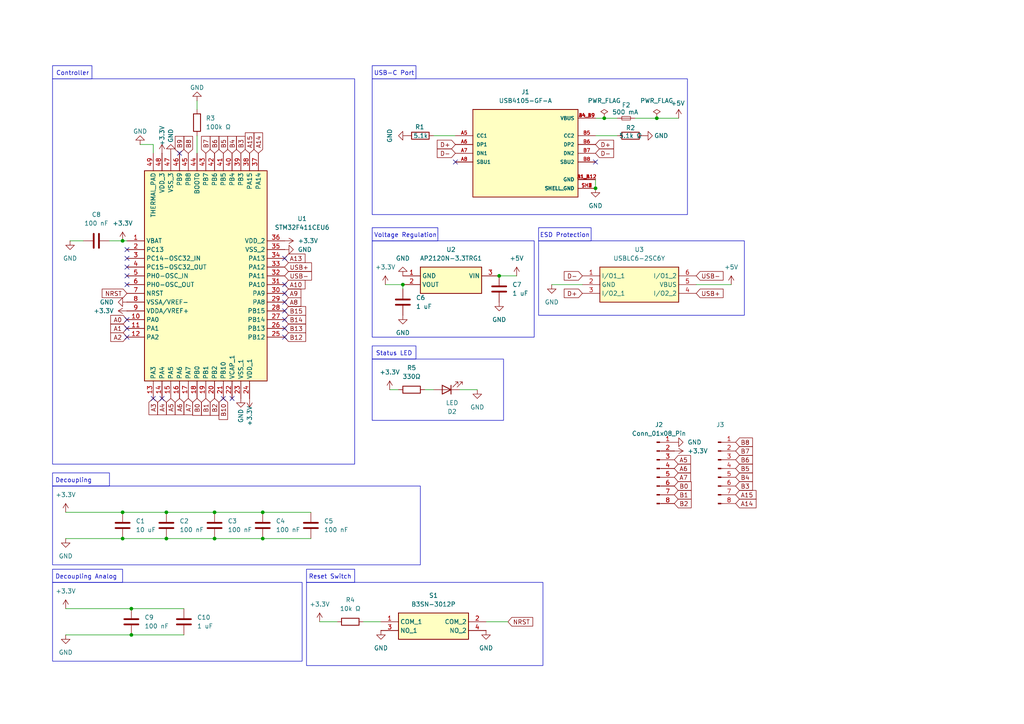
<source format=kicad_sch>
(kicad_sch (version 20250114) (generator "eeschema") (generator_version "9.0")
  (paper "A4")
  (lib_symbols
    (symbol "Connector:Conn_01x08_Pin" (pin_names (offset 1.016) (hide yes))
      (property "Reference" "J" (at 0 10.16 0))
      (property "Value" "Conn_01x08_Pin" (at 0 -12.7 0))
      (symbol "Conn_01x08_Pin_1_1"
        (rectangle (start 0.8636 7.747) (end 0 7.493) (stroke (width 0.1524)) (fill (type outline)))
        (rectangle (start 0.8636 5.207) (end 0 4.953) (stroke (width 0.1524)) (fill (type outline)))
        (rectangle (start 0.8636 2.667) (end 0 2.413) (stroke (width 0.1524)) (fill (type outline)))
        (rectangle (start 0.8636 0.127) (end 0 -0.127) (stroke (width 0.1524)) (fill (type outline)))
        (rectangle (start 0.8636 -2.413) (end 0 -2.667) (stroke (width 0.1524)) (fill (type outline)))
        (rectangle (start 0.8636 -4.953) (end 0 -5.207) (stroke (width 0.1524)) (fill (type outline)))
        (rectangle (start 0.8636 -7.493) (end 0 -7.747) (stroke (width 0.1524)) (fill (type outline)))
        (rectangle (start 0.8636 -10.033) (end 0 -10.287) (stroke (width 0.1524)) (fill (type outline)))
        (polyline (pts (xy 1.27 7.62) (xy 0.8636 7.62)) (stroke (width 0.1524)))
        (polyline (pts (xy 1.27 5.08) (xy 0.8636 5.08)) (stroke (width 0.1524)))
        (polyline (pts (xy 1.27 2.54) (xy 0.8636 2.54)) (stroke (width 0.1524)))
        (polyline (pts (xy 1.27 0) (xy 0.8636 0)) (stroke (width 0.1524)))
        (polyline (pts (xy 1.27 -2.54) (xy 0.8636 -2.54)) (stroke (width 0.1524)))
        (polyline (pts (xy 1.27 -5.08) (xy 0.8636 -5.08)) (stroke (width 0.1524)))
        (polyline (pts (xy 1.27 -7.62) (xy 0.8636 -7.62)) (stroke (width 0.1524)))
        (polyline (pts (xy 1.27 -10.16) (xy 0.8636 -10.16)) (stroke (width 0.1524)))
        (pin passive line (at 5.08 7.62 180) (length 3.81) (name "Pin_1") (number "1"))
        (pin passive line (at 5.08 5.08 180) (length 3.81) (name "Pin_2") (number "2"))
        (pin passive line (at 5.08 2.54 180) (length 3.81) (name "Pin_3") (number "3"))
        (pin passive line (at 5.08 0 180) (length 3.81) (name "Pin_4") (number "4"))
        (pin passive line (at 5.08 -2.54 180) (length 3.81) (name "Pin_5") (number "5"))
        (pin passive line (at 5.08 -5.08 180) (length 3.81) (name "Pin_6") (number "6"))
        (pin passive line (at 5.08 -7.62 180) (length 3.81) (name "Pin_7") (number "7"))
        (pin passive line (at 5.08 -10.16 180) (length 3.81) (name "Pin_8") (number "8"))
      )
    )
    (symbol "Device:C" (pin_numbers (hide yes)) (pin_names (offset 0.254))
      (property "Reference" "C" (at 0.635 2.54 0))
      (property "Value" "C" (at 0.635 -2.54 0))
      (symbol "C_0_1"
        (polyline (pts (xy -2.032 0.762) (xy 2.032 0.762)) (stroke (width 0.508)))
        (polyline (pts (xy -2.032 -0.762) (xy 2.032 -0.762)) (stroke (width 0.508)))
      )
      (symbol "C_1_1"
        (pin passive line (at 0 3.81 270) (length 2.794) (name "~") (number "1"))
        (pin passive line (at 0 -3.81 90) (length 2.794) (name "~") (number "2"))
      )
    )
    (symbol "Device:Fuse_Small" (pin_numbers (hide yes)) (pin_names (offset 0.254) (hide yes))
      (property "Reference" "F" (at 0 -1.524 0))
      (property "Value" "Fuse_Small" (at 0 1.524 0))
      (symbol "Fuse_Small_0_1"
        (rectangle (start -1.27 0.508) (end 1.27 -0.508))
        (polyline (pts (xy -1.27 0) (xy 1.27 0)))
      )
      (symbol "Fuse_Small_1_1"
        (pin passive line (at -2.54 0 0) (length 1.27) (name "~") (number "1"))
        (pin passive line (at 2.54 0 180) (length 1.27) (name "~") (number "2"))
      )
    )
    (symbol "Device:LED" (pin_numbers (hide yes)) (pin_names (offset 1.016) (hide yes))
      (property "Reference" "D" (at 0 2.54 0))
      (property "Value" "LED" (at 0 -2.54 0))
      (symbol "LED_0_1"
        (polyline (pts (xy -3.048 -0.762) (xy -4.572 -2.286) (xy -3.81 -2.286) (xy -4.572 -2.286) (xy -4.572 -1.524)))
        (polyline (pts (xy -1.778 -0.762) (xy -3.302 -2.286) (xy -2.54 -2.286) (xy -3.302 -2.286) (xy -3.302 -1.524)))
        (polyline (pts (xy -1.27 0) (xy 1.27 0)))
        (polyline (pts (xy -1.27 -1.27) (xy -1.27 1.27)) (stroke (width 0.254)))
        (polyline (pts (xy 1.27 -1.27) (xy 1.27 1.27) (xy -1.27 0) (xy 1.27 -1.27)) (stroke (width 0.254)))
      )
      (symbol "LED_1_1"
        (pin passive line (at -3.81 0 0) (length 2.54) (name "K") (number "1"))
        (pin passive line (at 3.81 0 180) (length 2.54) (name "A") (number "2"))
      )
    )
    (symbol "Device:R" (pin_numbers (hide yes)) (pin_names (offset 0))
      (property "Reference" "R" (at 2.032 0 90))
      (property "Value" "R" (at 0 0 90))
      (symbol "R_0_1"
        (rectangle (start -1.016 -2.54) (end 1.016 2.54) (stroke (width 0.254)))
      )
      (symbol "R_1_1"
        (pin passive line (at 0 3.81 270) (length 1.27) (name "~") (number "1"))
        (pin passive line (at 0 -3.81 90) (length 1.27) (name "~") (number "2"))
      )
    )
    (symbol "SamacSys_Parts:AP2120N-3.3TRG1"
      (property "Reference" "U2" (at 13.97 7.62 0))
      (property "Value" "AP2120N-3.3TRG1" (at 13.97 5.08 0))
      (symbol "AP2120N-3.3TRG1_1_1"
        (rectangle (start 5.08 2.54) (end 22.86 -5.08) (stroke (width 0.254)) (fill (type background)))
        (pin power_out line (at 0 0 0) (length 5.08) (name "GND") (number "1"))
        (pin power_out line (at 0 -2.54 0) (length 5.08) (name "VOUT") (number "2"))
        (pin power_in line (at 27.94 0 180) (length 5.08) (name "VIN") (number "3"))
      )
    )
    (symbol "SamacSys_Parts:B3SN-3012P"
      (property "Reference" "S" (at 26.67 7.62 0))
      (property "Value" "B3SN-3012P" (at 26.67 5.08 0))
      (symbol "B3SN-3012P_1_1"
        (rectangle (start 5.08 2.54) (end 25.4 -5.08) (stroke (width 0.254)) (fill (type background)))
        (pin passive line (at 0 0 0) (length 5.08) (name "NO_2") (number "4"))
        (pin passive line (at 0 -2.54 0) (length 5.08) (name "COM_2") (number "2"))
        (pin passive line (at 30.48 0 180) (length 5.08) (name "NO_1") (number "3"))
        (pin passive line (at 30.48 -2.54 180) (length 5.08) (name "COM_1") (number "1"))
      )
    )
    (symbol "SamacSys_Parts:STM32F411CEU6"
      (property "Reference" "IC" (at 41.91 25.4 0))
      (property "Value" "STM32F411CEU6" (at 41.91 22.86 0))
      (symbol "STM32F411CEU6_1_1"
        (rectangle (start 5.08 20.32) (end 40.64 -40.64) (stroke (width 0.254)) (fill (type background)))
        (pin passive line (at 0 0 0) (length 5.08) (name "VBAT") (number "1"))
        (pin passive line (at 0 -2.54 0) (length 5.08) (name "PC13") (number "2"))
        (pin passive line (at 0 -5.08 0) (length 5.08) (name "PC14-OSC32_IN") (number "3"))
        (pin passive line (at 0 -7.62 0) (length 5.08) (name "PC15-OSC32_OUT") (number "4"))
        (pin passive line (at 0 -10.16 0) (length 5.08) (name "PH0-OSC_IN") (number "5"))
        (pin passive line (at 0 -12.7 0) (length 5.08) (name "PH0-OSC_OUT") (number "6"))
        (pin passive line (at 0 -15.24 0) (length 5.08) (name "NRST") (number "7"))
        (pin passive line (at 0 -17.78 0) (length 5.08) (name "VSSA/VREF-") (number "8"))
        (pin passive line (at 0 -20.32 0) (length 5.08) (name "VDDA/VREF+") (number "9"))
        (pin passive line (at 0 -22.86 0) (length 5.08) (name "PA0") (number "10"))
        (pin passive line (at 0 -25.4 0) (length 5.08) (name "PA1") (number "11"))
        (pin passive line (at 0 -27.94 0) (length 5.08) (name "PA2") (number "12"))
        (pin passive line (at 7.62 25.4 270) (length 5.08) (name "THERMAL_PAD") (number "49"))
        (pin passive line (at 7.62 -45.72 90) (length 5.08) (name "PA3") (number "13"))
        (pin passive line (at 10.16 25.4 270) (length 5.08) (name "VDD_3") (number "48"))
        (pin passive line (at 10.16 -45.72 90) (length 5.08) (name "PA4") (number "14"))
        (pin passive line (at 12.7 25.4 270) (length 5.08) (name "VSS_3") (number "47"))
        (pin passive line (at 12.7 -45.72 90) (length 5.08) (name "PA5") (number "15"))
        (pin passive line (at 15.24 25.4 270) (length 5.08) (name "PB9") (number "46"))
        (pin passive line (at 15.24 -45.72 90) (length 5.08) (name "PA6") (number "16"))
        (pin passive line (at 17.78 25.4 270) (length 5.08) (name "PB8") (number "45"))
        (pin passive line (at 17.78 -45.72 90) (length 5.08) (name "PA7") (number "17"))
        (pin passive line (at 20.32 25.4 270) (length 5.08) (name "BOOT0") (number "44"))
        (pin passive line (at 20.32 -45.72 90) (length 5.08) (name "PB0") (number "18"))
        (pin passive line (at 22.86 25.4 270) (length 5.08) (name "PB7") (number "43"))
        (pin passive line (at 22.86 -45.72 90) (length 5.08) (name "PB1") (number "19"))
        (pin passive line (at 25.4 25.4 270) (length 5.08) (name "PB6") (number "42"))
        (pin passive line (at 25.4 -45.72 90) (length 5.08) (name "PB2") (number "20"))
        (pin passive line (at 27.94 25.4 270) (length 5.08) (name "PB5") (number "41"))
        (pin passive line (at 27.94 -45.72 90) (length 5.08) (name "PB10") (number "21"))
        (pin passive line (at 30.48 25.4 270) (length 5.08) (name "PB4") (number "40"))
        (pin passive line (at 30.48 -45.72 90) (length 5.08) (name "VCAP_1") (number "22"))
        (pin passive line (at 33.02 25.4 270) (length 5.08) (name "PB3") (number "39"))
        (pin passive line (at 33.02 -45.72 90) (length 5.08) (name "VSS_1") (number "23"))
        (pin passive line (at 35.56 25.4 270) (length 5.08) (name "PA15") (number "38"))
        (pin passive line (at 35.56 -45.72 90) (length 5.08) (name "VDD_1") (number "24"))
        (pin passive line (at 38.1 25.4 270) (length 5.08) (name "PA14") (number "37"))
        (pin passive line (at 45.72 0 180) (length 5.08) (name "VDD_2") (number "36"))
        (pin passive line (at 45.72 -2.54 180) (length 5.08) (name "VSS_2") (number "35"))
        (pin passive line (at 45.72 -5.08 180) (length 5.08) (name "PA13") (number "34"))
        (pin passive line (at 45.72 -7.62 180) (length 5.08) (name "PA12") (number "33"))
        (pin passive line (at 45.72 -10.16 180) (length 5.08) (name "PA11") (number "32"))
        (pin passive line (at 45.72 -12.7 180) (length 5.08) (name "PA10") (number "31"))
        (pin passive line (at 45.72 -15.24 180) (length 5.08) (name "PA9") (number "30"))
        (pin passive line (at 45.72 -17.78 180) (length 5.08) (name "PA8") (number "29"))
        (pin passive line (at 45.72 -20.32 180) (length 5.08) (name "PB15") (number "28"))
        (pin passive line (at 45.72 -22.86 180) (length 5.08) (name "PB14") (number "27"))
        (pin passive line (at 45.72 -25.4 180) (length 5.08) (name "PB13") (number "26"))
        (pin passive line (at 45.72 -27.94 180) (length 5.08) (name "PB12") (number "25"))
      )
    )
    (symbol "SamacSys_Parts:USBLC6-2SC6Y"
      (property "Reference" "D" (at 29.21 7.62 0))
      (property "Value" "USBLC6-2SC6Y" (at 29.21 5.08 0))
      (symbol "USBLC6-2SC6Y_1_1"
        (rectangle (start 5.08 2.54) (end 27.94 -7.62) (stroke (width 0.254)) (fill (type background)))
        (pin passive line (at 0 0 0) (length 5.08) (name "I/O1_1") (number "1"))
        (pin passive line (at 0 -2.54 0) (length 5.08) (name "GND") (number "2"))
        (pin passive line (at 0 -5.08 0) (length 5.08) (name "I/O2_1") (number "3"))
        (pin passive line (at 33.02 0 180) (length 5.08) (name "I/O1_2") (number "6"))
        (pin passive line (at 33.02 -2.54 180) (length 5.08) (name "VBUS") (number "5"))
        (pin passive line (at 33.02 -5.08 180) (length 5.08) (name "I/O2_2") (number "4"))
      )
    )
    (symbol "USB4105-GF-A:USB4105-GF-A" (pin_names (offset 1.016))
      (property "Reference" "J1" (at 0 17.78 0))
      (property "Value" "USB4105-GF-A" (at 0 15.24 0))
      (symbol "USB4105-GF-A_0_0"
        (rectangle (start -15.24 -12.7) (end 15.24 12.7) (stroke (width 0.254)) (fill (type background)))
        (pin bidirectional line (at -20.32 5.08 0) (length 5.08) (name "CC1") (number "A5"))
        (pin bidirectional line (at -20.32 2.54 0) (length 5.08) (name "DP1") (number "A6"))
        (pin bidirectional line (at -20.32 0 0) (length 5.08) (name "DN1") (number "A7"))
        (pin bidirectional line (at -20.32 -2.54 0) (length 5.08) (name "SBU1") (number "A8"))
        (pin power_in line (at 20.32 10.16 180) (length 5.08) (name "VBUS") (number "A4_B9"))
        (pin power_in line (at 20.32 10.16 180) (length 5.08) (name "VBUS") (number "B4_A9"))
        (pin bidirectional line (at 20.32 5.08 180) (length 5.08) (name "CC2") (number "B5"))
        (pin bidirectional line (at 20.32 2.54 180) (length 5.08) (name "DP2") (number "B6"))
        (pin bidirectional line (at 20.32 0 180) (length 5.08) (name "DN2") (number "B7"))
        (pin bidirectional line (at 20.32 -2.54 180) (length 5.08) (name "SBU2") (number "B8"))
        (pin power_in line (at 20.32 -7.62 180) (length 5.08) (name "GND") (number "A1_B12"))
        (pin power_in line (at 20.32 -7.62 180) (length 5.08) (name "GND") (number "B1_A12"))
        (pin power_in line (at 20.32 -10.16 180) (length 5.08) (name "SHELL_GND") (number "SH1"))
        (pin power_in line (at 20.32 -10.16 180) (length 5.08) (name "SHELL_GND") (number "SH2"))
        (pin power_in line (at 20.32 -10.16 180) (length 5.08) (name "SHELL_GND") (number "SH3"))
        (pin power_in line (at 20.32 -10.16 180) (length 5.08) (name "SHELL_GND") (number "SH4"))
      )
    )
    (symbol "power:+3.3V" (power) (pin_numbers (hide yes)) (pin_names (offset 0) (hide yes))
      (property "Value" "+3.3V" (at 0 3.556 0))
      (symbol "+3.3V_0_1"
        (polyline (pts (xy -0.762 1.27) (xy 0 2.54)))
        (polyline (pts (xy 0 2.54) (xy 0.762 1.27)))
        (polyline (pts (xy 0 0) (xy 0 2.54)))
      )
      (symbol "+3.3V_1_1"
        (pin power_in line (at 0 0 90) (length 0) (name "~") (number "1"))
      )
    )
    (symbol "power:+5V" (power) (pin_numbers (hide yes)) (pin_names (offset 0) (hide yes))
      (property "Value" "+5V" (at 0 3.556 0))
      (symbol "+5V_0_1"
        (polyline (pts (xy -0.762 1.27) (xy 0 2.54)))
        (polyline (pts (xy 0 2.54) (xy 0.762 1.27)))
        (polyline (pts (xy 0 0) (xy 0 2.54)))
      )
      (symbol "+5V_1_1"
        (pin power_in line (at 0 0 90) (length 0) (name "~") (number "1"))
      )
    )
    (symbol "power:GND" (power) (pin_numbers (hide yes)) (pin_names (offset 0) (hide yes))
      (property "Value" "GND" (at 0 -3.81 0))
      (symbol "GND_0_1"
        (polyline (pts (xy 0 0) (xy 0 -1.27) (xy 1.27 -1.27) (xy 0 -2.54) (xy -1.27 -1.27) (xy 0 -1.27)))
      )
      (symbol "GND_1_1"
        (pin power_in line (at 0 0 270) (length 0) (name "~") (number "1"))
      )
    )
    (symbol "power:PWR_FLAG" (power) (pin_numbers (hide yes)) (pin_names (offset 0) (hide yes))
      (property "Value" "PWR_FLAG" (at 0 3.81 0))
      (symbol "PWR_FLAG_0_0"
        (pin power_out line (at 0 0 90) (length 0) (name "~") (number "1"))
      )
      (symbol "PWR_FLAG_0_1"
        (polyline (pts (xy 0 0) (xy 0 1.27) (xy -1.016 1.905) (xy 0 2.54) (xy 1.016 1.905) (xy 0 1.27)))
      )
    )
  )
  (rectangle (start 156.21 69.85) (end 215.9 91.44))
  (rectangle (start 15.24 137.16) (end 31.75 140.97))
  (rectangle (start 107.95 69.85) (end 154.94 97.79))
  (rectangle (start 107.95 100.33) (end 120.65 104.14))
  (rectangle (start 107.95 66.04) (end 127 69.85))
  (rectangle (start 15.24 140.97) (end 121.92 163.83))
  (rectangle (start 107.95 104.14) (end 146.05 121.92))
  (rectangle (start 107.95 22.86) (end 199.39 62.23))
  (rectangle (start 156.21 66.04) (end 171.45 69.85))
  (rectangle (start 88.9 168.91) (end 157.48 193.04))
  (rectangle (start 15.24 168.91) (end 87.63 191.77))
  (rectangle (start 15.24 165.1) (end 35.56 168.91))
  (rectangle (start 15.24 19.05) (end 26.67 22.86))
  (rectangle (start 107.95 19.05) (end 120.65 22.86))
  (rectangle (start 15.24 22.86) (end 102.87 134.62))
  (rectangle (start 88.9 165.1) (end 102.87 168.91))
  (text "USB-C Port\n" (at 114.3 21.336 0) (effects (font (size 1.27 1.27))))
  (text "Decoupling\n" (at 16.002 139.446 0) (effects (font (size 1.27 1.27)) (justify left)))
  (text "Status LED\n" (at 114.3 102.616 0) (effects (font (size 1.27 1.27))))
  (text "ESD Protection\n" (at 163.83 68.326 0) (effects (font (size 1.27 1.27))))
  (text "Decoupling Analog\n" (at 16.002 167.386 0) (effects (font (size 1.27 1.27)) (justify left)))
  (text "Controller\n" (at 16.256 21.336 0) (effects (font (size 1.27 1.27)) (justify left)))
  (text "Reset Switch" (at 95.758 167.386 0) (effects (font (size 1.27 1.27))))
  (text "Voltage Regulation\n" (at 117.602 68.326 0) (effects (font (size 1.27 1.27))))
  (junction (at 35.56 69.85))
  (junction (at 35.56 148.59))
  (junction (at 172.72 54.61))
  (junction (at 48.26 156.21))
  (junction (at 38.1 176.53))
  (junction (at 190.5 34.29))
  (junction (at 62.23 148.59))
  (junction (at 35.56 156.21))
  (junction (at 48.26 148.59))
  (junction (at 76.2 156.21))
  (junction (at 38.1 184.15))
  (junction (at 144.78 80.01))
  (junction (at 76.2 148.59))
  (junction (at 116.84 82.55))
  (junction (at 175.26 34.29))
  (junction (at 62.23 156.21))
  (no_connect (at 36.83 92.71))
  (no_connect (at 82.55 82.55))
  (no_connect (at 36.83 97.79))
  (no_connect (at 67.31 115.57))
  (no_connect (at 82.55 85.09))
  (no_connect (at 36.83 80.01))
  (no_connect (at 82.55 90.17))
  (no_connect (at 36.83 82.55))
  (no_connect (at 36.83 72.39))
  (no_connect (at 46.99 115.57))
  (no_connect (at 82.55 92.71))
  (no_connect (at 64.77 115.57))
  (no_connect (at 132.08 46.99))
  (no_connect (at 82.55 87.63))
  (no_connect (at 82.55 97.79))
  (no_connect (at 82.55 95.25))
  (no_connect (at 52.07 44.45))
  (no_connect (at 172.72 46.99))
  (no_connect (at 36.83 74.93))
  (no_connect (at 36.83 95.25))
  (no_connect (at 44.45 115.57))
  (no_connect (at 82.55 74.93))
  (no_connect (at 36.83 77.47))
  (wire (pts (xy 48.26 156.21) (xy 62.23 156.21)))
  (wire (pts (xy 35.56 69.85) (xy 36.83 69.85)))
  (wire (pts (xy 160.02 82.55) (xy 168.91 82.55)))
  (wire (pts (xy 35.56 148.59) (xy 48.26 148.59)))
  (wire (pts (xy 115.57 113.03) (xy 113.03 113.03)))
  (wire (pts (xy 116.84 83.82) (xy 116.84 82.55)))
  (wire (pts (xy 62.23 148.59) (xy 76.2 148.59)))
  (wire (pts (xy 138.43 113.03) (xy 133.35 113.03)))
  (wire (pts (xy 190.5 34.29) (xy 196.85 34.29)))
  (wire (pts (xy 144.78 80.01) (xy 149.86 80.01)))
  (wire (pts (xy 105.41 180.34) (xy 110.49 180.34)))
  (wire (pts (xy 19.05 148.59) (xy 35.56 148.59)))
  (wire (pts (xy 31.75 69.85) (xy 35.56 69.85)))
  (wire (pts (xy 179.07 39.37) (xy 172.72 39.37)))
  (wire (pts (xy 140.97 180.34) (xy 147.32 180.34)))
  (wire (pts (xy 111.76 82.55) (xy 116.84 82.55)))
  (wire (pts (xy 44.45 41.91) (xy 44.45 44.45)))
  (wire (pts (xy 19.05 176.53) (xy 38.1 176.53)))
  (wire (pts (xy 35.56 156.21) (xy 48.26 156.21)))
  (wire (pts (xy 40.64 41.91) (xy 44.45 41.91)))
  (wire (pts (xy 172.72 34.29) (xy 175.26 34.29)))
  (wire (pts (xy 62.23 156.21) (xy 76.2 156.21)))
  (wire (pts (xy 38.1 176.53) (xy 53.34 176.53)))
  (wire (pts (xy 48.26 148.59) (xy 62.23 148.59)))
  (wire (pts (xy 57.15 39.37) (xy 57.15 44.45)))
  (wire (pts (xy 76.2 156.21) (xy 90.17 156.21)))
  (wire (pts (xy 92.71 180.34) (xy 97.79 180.34)))
  (wire (pts (xy 57.15 29.21) (xy 57.15 31.75)))
  (wire (pts (xy 38.1 184.15) (xy 53.34 184.15)))
  (wire (pts (xy 19.05 156.21) (xy 35.56 156.21)))
  (wire (pts (xy 76.2 148.59) (xy 90.17 148.59)))
  (wire (pts (xy 19.05 184.15) (xy 38.1 184.15)))
  (wire (pts (xy 175.26 34.29) (xy 179.07 34.29)))
  (wire (pts (xy 201.93 82.55) (xy 212.09 82.55)))
  (wire (pts (xy 184.15 34.29) (xy 190.5 34.29)))
  (wire (pts (xy 20.32 69.85) (xy 24.13 69.85)))
  (wire (pts (xy 125.73 113.03) (xy 123.19 113.03)))
  (wire (pts (xy 125.73 39.37) (xy 132.08 39.37)))
  (wire (pts (xy 172.72 52.07) (xy 172.72 54.61)))
  (global_label "D+" (shape input) (at 172.72 41.91 0) (property "Intersheetrefs" "${INTERSHEET_REFS}" (effects (hide yes))))
  (global_label "A6" (shape input) (at 195.58 135.89 0) (property "Intersheetrefs" "${INTERSHEET_REFS}" (effects (hide yes))))
  (global_label "NRST" (shape input) (at 147.32 180.34 0) (property "Intersheetrefs" "${INTERSHEET_REFS}" (effects (hide yes))))
  (global_label "A9" (shape input) (at 82.55 85.09 0) (property "Intersheetrefs" "${INTERSHEET_REFS}" (effects (hide yes))))
  (global_label "A4" (shape input) (at 46.99 115.57 270) (property "Intersheetrefs" "${INTERSHEET_REFS}" (effects (hide yes))))
  (global_label "A2" (shape input) (at 36.83 97.79 180) (property "Intersheetrefs" "${INTERSHEET_REFS}" (effects (hide yes))))
  (global_label "A13" (shape input) (at 82.55 74.93 0) (property "Intersheetrefs" "${INTERSHEET_REFS}" (effects (hide yes))))
  (global_label "B3" (shape input) (at 213.36 140.97 0) (property "Intersheetrefs" "${INTERSHEET_REFS}" (effects (hide yes))))
  (global_label "B9" (shape input) (at 52.07 44.45 90) (property "Intersheetrefs" "${INTERSHEET_REFS}" (effects (hide yes))))
  (global_label "USB-" (shape input) (at 82.55 80.01 0) (property "Intersheetrefs" "${INTERSHEET_REFS}" (effects (hide yes))))
  (global_label "B13" (shape input) (at 82.55 95.25 0) (property "Intersheetrefs" "${INTERSHEET_REFS}" (effects (hide yes))))
  (global_label "B2" (shape input) (at 62.23 115.57 270) (property "Intersheetrefs" "${INTERSHEET_REFS}" (effects (hide yes))))
  (global_label "B12" (shape input) (at 82.55 97.79 0) (property "Intersheetrefs" "${INTERSHEET_REFS}" (effects (hide yes))))
  (global_label "B0" (shape input) (at 195.58 140.97 0) (property "Intersheetrefs" "${INTERSHEET_REFS}" (effects (hide yes))))
  (global_label "D-" (shape input) (at 172.72 44.45 0) (property "Intersheetrefs" "${INTERSHEET_REFS}" (effects (hide yes))))
  (global_label "A8" (shape input) (at 82.55 87.63 0) (property "Intersheetrefs" "${INTERSHEET_REFS}" (effects (hide yes))))
  (global_label "D+" (shape input) (at 168.91 85.09 180) (property "Intersheetrefs" "${INTERSHEET_REFS}" (effects (hide yes))))
  (global_label "D-" (shape input) (at 168.91 80.01 180) (property "Intersheetrefs" "${INTERSHEET_REFS}" (effects (hide yes))))
  (global_label "A7" (shape input) (at 54.61 115.57 270) (property "Intersheetrefs" "${INTERSHEET_REFS}" (effects (hide yes))))
  (global_label "A14" (shape input) (at 74.93 44.45 90) (property "Intersheetrefs" "${INTERSHEET_REFS}" (effects (hide yes))))
  (global_label "B8" (shape input) (at 213.36 128.27 0) (property "Intersheetrefs" "${INTERSHEET_REFS}" (effects (hide yes))))
  (global_label "A10" (shape input) (at 82.55 82.55 0) (property "Intersheetrefs" "${INTERSHEET_REFS}" (effects (hide yes))))
  (global_label "A1" (shape input) (at 36.83 95.25 180) (property "Intersheetrefs" "${INTERSHEET_REFS}" (effects (hide yes))))
  (global_label "B4" (shape input) (at 67.31 44.45 90) (property "Intersheetrefs" "${INTERSHEET_REFS}" (effects (hide yes))))
  (global_label "B6" (shape input) (at 213.36 133.35 0) (property "Intersheetrefs" "${INTERSHEET_REFS}" (effects (hide yes))))
  (global_label "A15" (shape input) (at 213.36 143.51 0) (property "Intersheetrefs" "${INTERSHEET_REFS}" (effects (hide yes))))
  (global_label "B8" (shape input) (at 54.61 44.45 90) (property "Intersheetrefs" "${INTERSHEET_REFS}" (effects (hide yes))))
  (global_label "B2" (shape input) (at 195.58 146.05 0) (property "Intersheetrefs" "${INTERSHEET_REFS}" (effects (hide yes))))
  (global_label "A7" (shape input) (at 195.58 138.43 0) (property "Intersheetrefs" "${INTERSHEET_REFS}" (effects (hide yes))))
  (global_label "B7" (shape input) (at 213.36 130.81 0) (property "Intersheetrefs" "${INTERSHEET_REFS}" (effects (hide yes))))
  (global_label "B7" (shape input) (at 59.69 44.45 90) (property "Intersheetrefs" "${INTERSHEET_REFS}" (effects (hide yes))))
  (global_label "B1" (shape input) (at 195.58 143.51 0) (property "Intersheetrefs" "${INTERSHEET_REFS}" (effects (hide yes))))
  (global_label "A15" (shape input) (at 72.39 44.45 90) (property "Intersheetrefs" "${INTERSHEET_REFS}" (effects (hide yes))))
  (global_label "B10" (shape input) (at 64.77 115.57 270) (property "Intersheetrefs" "${INTERSHEET_REFS}" (effects (hide yes))))
  (global_label "B3" (shape input) (at 69.85 44.45 90) (property "Intersheetrefs" "${INTERSHEET_REFS}" (effects (hide yes))))
  (global_label "A6" (shape input) (at 52.07 115.57 270) (property "Intersheetrefs" "${INTERSHEET_REFS}" (effects (hide yes))))
  (global_label "D-" (shape input) (at 132.08 44.45 180) (property "Intersheetrefs" "${INTERSHEET_REFS}" (effects (hide yes))))
  (global_label "A0" (shape input) (at 36.83 92.71 180) (property "Intersheetrefs" "${INTERSHEET_REFS}" (effects (hide yes))))
  (global_label "B14" (shape input) (at 82.55 92.71 0) (property "Intersheetrefs" "${INTERSHEET_REFS}" (effects (hide yes))))
  (global_label "NRST" (shape input) (at 36.83 85.09 180) (property "Intersheetrefs" "${INTERSHEET_REFS}" (effects (hide yes))))
  (global_label "B4" (shape input) (at 213.36 138.43 0) (property "Intersheetrefs" "${INTERSHEET_REFS}" (effects (hide yes))))
  (global_label "USB+" (shape input) (at 201.93 85.09 0) (property "Intersheetrefs" "${INTERSHEET_REFS}" (effects (hide yes))))
  (global_label "D+" (shape input) (at 132.08 41.91 180) (property "Intersheetrefs" "${INTERSHEET_REFS}" (effects (hide yes))))
  (global_label "USB-" (shape input) (at 201.93 80.01 0) (property "Intersheetrefs" "${INTERSHEET_REFS}" (effects (hide yes))))
  (global_label "USB+" (shape input) (at 82.55 77.47 0) (property "Intersheetrefs" "${INTERSHEET_REFS}" (effects (hide yes))))
  (global_label "B15" (shape input) (at 82.55 90.17 0) (property "Intersheetrefs" "${INTERSHEET_REFS}" (effects (hide yes))))
  (global_label "B6" (shape input) (at 62.23 44.45 90) (property "Intersheetrefs" "${INTERSHEET_REFS}" (effects (hide yes))))
  (global_label "A14" (shape input) (at 213.36 146.05 0) (property "Intersheetrefs" "${INTERSHEET_REFS}" (effects (hide yes))))
  (global_label "B5" (shape input) (at 64.77 44.45 90) (property "Intersheetrefs" "${INTERSHEET_REFS}" (effects (hide yes))))
  (global_label "A5" (shape input) (at 195.58 133.35 0) (property "Intersheetrefs" "${INTERSHEET_REFS}" (effects (hide yes))))
  (global_label "B1" (shape input) (at 59.69 115.57 270) (property "Intersheetrefs" "${INTERSHEET_REFS}" (effects (hide yes))))
  (global_label "B0" (shape input) (at 57.15 115.57 270) (property "Intersheetrefs" "${INTERSHEET_REFS}" (effects (hide yes))))
  (global_label "B5" (shape input) (at 213.36 135.89 0) (property "Intersheetrefs" "${INTERSHEET_REFS}" (effects (hide yes))))
  (global_label "A3" (shape input) (at 44.45 115.57 270) (property "Intersheetrefs" "${INTERSHEET_REFS}" (effects (hide yes))))
  (global_label "A5" (shape input) (at 49.53 115.57 270) (property "Intersheetrefs" "${INTERSHEET_REFS}" (effects (hide yes))))
  (symbol (lib_id "power:+3.3V") (at 36.83 90.17 90) (unit 1)
    (property "Reference" "#PWR031" (effects (hide yes)))
    (property "Value" "+3.3V" (at 33.02 90.1699 90) (effects (justify left)))
    (property "Description" "Power symbol creates a global label with name \"+3.3V\"" (effects (hide yes)))
  )
  (symbol (lib_id "power:PWR_FLAG") (at 175.26 34.29 0) (unit 1)
    (property "Reference" "#FLG01" (effects (hide yes)))
    (property "Value" "PWR_FLAG" (at 175.26 29.21 0))
    (property "Description" "Special symbol for telling ERC where power comes from" (effects (hide yes)))
  )
  (symbol (lib_id "power:+5V") (at 149.86 80.01 0) (unit 1)
    (property "Reference" "#PWR07" (effects (hide yes)))
    (property "Value" "+5V" (at 149.86 74.93 0))
    (property "Description" "Power symbol creates a global label with name \"+5V\"" (effects (hide yes)))
  )
  (symbol (lib_id "power:GND") (at 69.85 115.57 0) (unit 1)
    (property "Reference" "#PWR026" (effects (hide yes)))
    (property "Value" "GND" (at 69.85 120.65 90))
    (property "Description" "Power symbol creates a global label with name \"GND\" , ground" (effects (hide yes)))
  )
  (symbol (lib_id "power:GND") (at 40.64 41.91 180) (unit 1)
    (property "Reference" "#PWR018" (effects (hide yes)))
    (property "Value" "GND" (at 40.64 38.1 0))
    (property "Description" "Power symbol creates a global label with name \"GND\" , ground" (effects (hide yes)))
  )
  (symbol (lib_id "power:+3.3V") (at 82.55 69.85 270) (unit 1)
    (property "Reference" "#PWR029" (effects (hide yes)))
    (property "Value" "+3.3V" (at 86.36 69.8499 90) (effects (justify left)))
    (property "Description" "Power symbol creates a global label with name \"+3.3V\"" (effects (hide yes)))
  )
  (symbol (lib_id "power:+5V") (at 212.09 82.55 0) (unit 1)
    (property "Reference" "#PWR011" (effects (hide yes)))
    (property "Value" "+5V" (at 212.09 77.47 0))
    (property "Description" "Power symbol creates a global label with name \"+5V\"" (effects (hide yes)))
  )
  (symbol (lib_id "Device:R") (at 119.38 113.03 270) (unit 1)
    (property "Reference" "R5" (at 119.38 106.68 90))
    (property "Value" "330Ω" (at 119.38 109.22 90))
    (property "Footprint" "Resistor_SMD:R_0603_1608Metric" (effects (hide yes)))
    (property "Description" "Resistor" (effects (hide yes)))
  )
  (symbol (lib_id "power:+3.3V") (at 113.03 113.03 0) (unit 1)
    (property "Reference" "#PWR05" (effects (hide yes)))
    (property "Value" "+3.3V" (at 113.03 107.95 0))
    (property "Description" "Power symbol creates a global label with name \"+3.3V\"" (effects (hide yes)))
  )
  (symbol (lib_id "power:GND") (at 19.05 156.21 0) (unit 1)
    (property "Reference" "#PWR02" (effects (hide yes)))
    (property "Value" "GND" (at 19.05 161.29 0))
    (property "Description" "Power symbol creates a global label with name \"GND\" , ground" (effects (hide yes)))
  )
  (symbol (lib_id "power:GND") (at 186.69 39.37 90) (unit 1)
    (property "Reference" "#PWR04" (effects (hide yes)))
    (property "Value" "GND" (at 189.738 39.37 90) (effects (justify right)))
    (property "Description" "Power symbol creates a global label with name \"GND\" , ground" (effects (hide yes)))
  )
  (symbol (lib_id "power:+3.3V") (at 46.99 44.45 0) (unit 1)
    (property "Reference" "#PWR033" (effects (hide yes)))
    (property "Value" "+3.3V" (at 46.99 39.37 90))
    (property "Description" "Power symbol creates a global label with name \"+3.3V\"" (effects (hide yes)))
  )
  (symbol (lib_id "power:GND") (at 49.53 44.45 180) (unit 1)
    (property "Reference" "#PWR032" (effects (hide yes)))
    (property "Value" "GND" (at 49.53 39.37 90))
    (property "Description" "Power symbol creates a global label with name \"GND\" , ground" (effects (hide yes)))
  )
  (symbol (lib_id "power:+5V") (at 196.85 34.29 0) (unit 1)
    (property "Reference" "#PWR014" (effects (hide yes)))
    (property "Value" "+5V" (at 196.596 29.972 0))
    (property "Description" "Power symbol creates a global label with name \"+5V\"" (effects (hide yes)))
  )
  (symbol (lib_id "power:+3.3V") (at 19.05 148.59 0) (unit 1)
    (property "Reference" "#PWR01" (effects (hide yes)))
    (property "Value" "+3.3V" (at 19.05 143.51 0))
    (property "Description" "Power symbol creates a global label with name \"+3.3V\"" (effects (hide yes)))
  )
  (symbol (lib_id "power:+3.3V") (at 111.76 82.55 0) (unit 1)
    (property "Reference" "#PWR08" (effects (hide yes)))
    (property "Value" "+3.3V" (at 111.76 77.47 0))
    (property "Description" "Power symbol creates a global label with name \"+3.3V\"" (effects (hide yes)))
  )
  (symbol (lib_id "power:GND") (at 20.32 69.85 0) (unit 1)
    (property "Reference" "#PWR019" (effects (hide yes)))
    (property "Value" "GND" (at 20.32 74.93 0))
    (property "Description" "Power symbol creates a global label with name \"GND\" , ground" (effects (hide yes)))
  )
  (symbol (lib_id "power:GND") (at 110.49 182.88 0) (unit 1)
    (property "Reference" "#PWR023" (effects (hide yes)))
    (property "Value" "GND" (at 110.49 187.96 0))
    (property "Description" "Power symbol creates a global label with name \"GND\" , ground" (effects (hide yes)))
  )
  (symbol (lib_id "SamacSys_Parts:USBLC6-2SC6Y") (at 168.91 80.01 0) (unit 1)
    (property "Reference" "U3" (at 185.42 72.39 0))
    (property "Value" "USBLC6-2SC6Y" (at 185.42 74.93 0))
    (property "Footprint" "SOT95P280X145-6N" (effects (hide yes)))
    (property "Datasheet" "https://componentsearchengine.com/Datasheets/1/USBLC6-2SC6Y.pdf" (effects (hide yes)))
    (property "Description" "Low Cap. ESD Protection Auto SOT-23-6 STMicroelectronics USBLC6-2SC6Y, Dual Uni-Directional TVS Diode Array, 6-Pin SOT-23" (effects (hide yes)))
    (property "Height" "1.45" (effects (hide yes)))
    (property "Mouser Part Number" "511-USBLC6-2SC6Y" (effects (hide yes)))
    (property "Mouser Price/Stock" "https://www.mouser.co.uk/ProductDetail/STMicroelectronics/USBLC6-2SC6Y?qs=gNDSiZmRJS%2FOgDexvXkdow%3D%3D" (effects (hide yes)))
    (property "Manufacturer_Name" "STMicroelectronics" (effects (hide yes)))
    (property "Manufacturer_Part_Number" "USBLC6-2SC6Y" (effects (hide yes)))
  )
  (symbol (lib_id "power:GND") (at 57.15 29.21 180) (unit 1)
    (property "Reference" "#PWR017" (effects (hide yes)))
    (property "Value" "GND" (at 57.15 25.4 0))
    (property "Description" "Power symbol creates a global label with name \"GND\" , ground" (effects (hide yes)))
  )
  (symbol (lib_id "power:+3.3V") (at 19.05 176.53 0) (unit 1)
    (property "Reference" "#PWR015" (effects (hide yes)))
    (property "Value" "+3.3V" (at 19.05 171.45 0))
    (property "Description" "Power symbol creates a global label with name \"+3.3V\"" (effects (hide yes)))
  )
  (symbol (lib_id "power:GND") (at 82.55 72.39 90) (unit 1)
    (property "Reference" "#PWR028" (effects (hide yes)))
    (property "Value" "GND" (at 86.36 72.3899 90) (effects (justify right)))
    (property "Description" "Power symbol creates a global label with name \"GND\" , ground" (effects (hide yes)))
  )
  (symbol (lib_id "Connector:Conn_01x08_Pin") (at 190.5 135.89 0) (unit 1)
    (property "Reference" "J2" (at 191.135 123.19 0))
    (property "Value" "Conn_01x08_Pin" (at 191.135 125.73 0))
    (property "Footprint" "Connector_PinHeader_2.54mm:PinHeader_1x08_P2.54mm_Vertical" (effects (hide yes)))
    (property "Description" "Generic connector, single row, 01x08, script generated" (effects (hide yes)))
  )
  (symbol (lib_id "SamacSys_Parts:STM32F411CEU6") (at 36.83 69.85 0) (unit 1)
    (property "Reference" "U1" (at 87.63 63.4298 0))
    (property "Value" "STM32F411CEU6" (at 87.63 65.9698 0))
    (property "Footprint" "QFN50P700X700X60-49N-D" (effects (hide yes)))
    (property "Datasheet" "http://www.st.com/content/ccc/resource/technical/document/datasheet/b3/a5/46/3b/b4/e5/4c/85/DM00115249.pdf/files/DM00115249.pdf/jcr:content/translations/en.DM00115249.pdf" (effects (hide yes)))
    (property "Description" "32-Bit MCU 512K Flash 100MHz UFQFPN48 STMicroelectronics STM32F411CEU6, 32bit ARM Cortex M4 MCU, 100MHz, 512 kB Flash, 48-Pin UFQFPN" (effects (hide yes)))
    (property "Height" "0.6" (effects (hide yes)))
    (property "Mouser Part Number" "511-STM32F411CEU6" (effects (hide yes)))
    (property "Mouser Price/Stock" "https://www.mouser.co.uk/ProductDetail/STMicroelectronics/STM32F411CEU6?qs=pjMTYa9MTGV3ou31YBFa3g%3D%3D" (effects (hide yes)))
    (property "Manufacturer_Name" "STMicroelectronics" (effects (hide yes)))
    (property "Manufacturer_Part_Number" "STM32F411CEU6" (effects (hide yes)))
  )
  (symbol (lib_id "Device:C") (at 48.26 152.4 0) (unit 1)
    (property "Reference" "C2" (at 52.07 151.1299 0) (effects (justify left)))
    (property "Value" "100 nF" (at 52.07 153.6699 0) (effects (justify left)))
    (property "Footprint" "Capacitor_SMD:C_0402_1005Metric" (effects (hide yes)))
    (property "Description" "Unpolarized capacitor" (effects (hide yes)))
  )
  (symbol (lib_id "power:GND") (at 118.11 39.37 270) (unit 1)
    (property "Reference" "#PWR03" (effects (hide yes)))
    (property "Value" "GND" (at 113.03 39.37 0))
    (property "Description" "Power symbol creates a global label with name \"GND\" , ground" (effects (hide yes)))
  )
  (symbol (lib_id "power:+3.3V") (at 195.58 130.81 270) (unit 1)
    (property "Reference" "#PWR021" (effects (hide yes)))
    (property "Value" "+3.3V" (at 199.39 130.8099 90) (effects (justify left)))
    (property "Description" "Power symbol creates a global label with name \"+3.3V\"" (effects (hide yes)))
  )
  (symbol (lib_id "Device:LED") (at 129.54 113.03 180) (unit 1)
    (property "Reference" "D2" (at 131.1275 119.38 0))
    (property "Value" "LED" (at 131.1275 116.84 0))
    (property "Footprint" "LED_SMD:LED_0603_1608Metric" (effects (hide yes)))
    (property "Description" "Light emitting diode" (effects (hide yes)))
    (property "Sim.Pins" "1=K 2=A" (effects (hide yes)))
  )
  (symbol (lib_id "power:+3.3V") (at 92.71 180.34 0) (unit 1)
    (property "Reference" "#PWR020" (effects (hide yes)))
    (property "Value" "+3.3V" (at 92.71 175.26 0))
    (property "Description" "Power symbol creates a global label with name \"+3.3V\"" (effects (hide yes)))
  )
  (symbol (lib_id "power:GND") (at 116.84 91.44 0) (unit 1)
    (property "Reference" "#PWR012" (effects (hide yes)))
    (property "Value" "GND" (at 116.84 96.52 0))
    (property "Description" "Power symbol creates a global label with name \"GND\" , ground" (effects (hide yes)))
  )
  (symbol (lib_id "Device:C") (at 116.84 87.63 0) (unit 1)
    (property "Reference" "C6" (at 120.65 86.3599 0) (effects (justify left)))
    (property "Value" "1 uF" (at 120.65 88.8999 0) (effects (justify left)))
    (property "Footprint" "Capacitor_SMD:C_0603_1608Metric" (effects (hide yes)))
    (property "Description" "Unpolarized capacitor" (effects (hide yes)))
  )
  (symbol (lib_id "Connector:Conn_01x08_Pin") (at 208.28 135.89 0) (unit 1)
    (property "Reference" "J3" (at 208.915 123.19 0))
    (property "Value" "Conn_01x08_Pin" (effects (hide yes)))
    (property "Footprint" "Connector_PinHeader_2.54mm:PinHeader_1x08_P2.54mm_Vertical" (effects (hide yes)))
    (property "Description" "Generic connector, single row, 01x08, script generated" (effects (hide yes)))
  )
  (symbol (lib_id "power:GND") (at 172.72 54.61 0) (unit 1)
    (property "Reference" "#PWR06" (effects (hide yes)))
    (property "Value" "GND" (at 172.72 59.69 0))
    (property "Description" "Power symbol creates a global label with name \"GND\" , ground" (effects (hide yes)))
  )
  (symbol (lib_id "power:GND") (at 140.97 182.88 0) (unit 1)
    (property "Reference" "#PWR024" (effects (hide yes)))
    (property "Value" "GND" (at 140.97 187.96 0))
    (property "Description" "Power symbol creates a global label with name \"GND\" , ground" (effects (hide yes)))
  )
  (symbol (lib_id "Device:R") (at 57.15 35.56 0) (unit 1)
    (property "Reference" "R3" (at 59.69 34.2899 0) (effects (justify left)))
    (property "Value" "100k Ω" (at 59.69 36.8299 0) (effects (justify left)))
    (property "Footprint" "Resistor_SMD:R_0603_1608Metric" (effects (hide yes)))
    (property "Description" "Resistor" (effects (hide yes)))
  )
  (symbol (lib_id "Device:C") (at 35.56 152.4 0) (unit 1)
    (property "Reference" "C1" (at 39.37 151.1299 0) (effects (justify left)))
    (property "Value" "10 uF" (at 39.37 153.6699 0) (effects (justify left)))
    (property "Footprint" "Capacitor_SMD:C_0402_1005Metric" (effects (hide yes)))
    (property "Description" "Unpolarized capacitor" (effects (hide yes)))
  )
  (symbol (lib_id "power:GND") (at 36.83 87.63 270) (unit 1)
    (property "Reference" "#PWR030" (effects (hide yes)))
    (property "Value" "GND" (at 33.02 87.6299 90) (effects (justify right)))
    (property "Description" "Power symbol creates a global label with name \"GND\" , ground" (effects (hide yes)))
  )
  (symbol (lib_id "Device:C") (at 76.2 152.4 0) (unit 1)
    (property "Reference" "C4" (at 80.01 151.1299 0) (effects (justify left)))
    (property "Value" "100 nF" (at 80.01 153.6699 0) (effects (justify left)))
    (property "Footprint" "Capacitor_SMD:C_0402_1005Metric" (effects (hide yes)))
    (property "Description" "Unpolarized capacitor" (effects (hide yes)))
  )
  (symbol (lib_id "Device:R") (at 182.88 39.37 90) (unit 1)
    (property "Reference" "R2" (at 182.88 37.084 90))
    (property "Value" "5.1k Ω" (at 182.88 39.37 90))
    (property "Footprint" "Resistor_SMD:R_0603_1608Metric" (effects (hide yes)))
    (property "Description" "Resistor" (effects (hide yes)))
  )
  (symbol (lib_id "Device:C") (at 90.17 152.4 0) (unit 1)
    (property "Reference" "C5" (at 93.98 151.1299 0) (effects (justify left)))
    (property "Value" "100 nF" (at 93.98 153.6699 0) (effects (justify left)))
    (property "Footprint" "Capacitor_SMD:C_0402_1005Metric" (effects (hide yes)))
    (property "Description" "Unpolarized capacitor" (effects (hide yes)))
  )
  (symbol (lib_id "Device:Fuse_Small") (at 181.61 34.29 180) (unit 1)
    (property "Reference" "F2" (at 181.61 30.48 0))
    (property "Value" "500 mA" (at 181.356 32.512 0))
    (property "Footprint" "Fuse:Fuse_0603_1608Metric" (effects (hide yes)))
    (property "Description" "Fuse, small symbol" (effects (hide yes)))
  )
  (symbol (lib_id "power:+3.3V") (at 35.56 69.85 0) (unit 1)
    (property "Reference" "#PWR034" (effects (hide yes)))
    (property "Value" "+3.3V" (at 35.56 64.77 0))
    (property "Description" "Power symbol creates a global label with name \"+3.3V\"" (effects (hide yes)))
  )
  (symbol (lib_id "USB4105-GF-A:USB4105-GF-A") (at 152.4 44.45 0) (unit 1)
    (property "Reference" "J1" (at 152.4 26.67 0))
    (property "Value" "USB4105-GF-A" (at 152.4 29.21 0))
    (property "Footprint" "USB4105-GF-A:GCT_USB4105-GF-A" (effects (hide yes)))
    (property "MF" "GCT" (effects (hide yes)))
    (property "MAXIMUM_PACKAGE_HEIGHT" "3.31 mm" (effects (hide yes)))
    (property "Package" "None" (effects (hide yes)))
    (property "Price" "None" (effects (hide yes)))
    (property "Check_prices" "https://www.snapeda.com/parts/USB4105-GF-A/Global+Connector+Technology/view-part/?ref=eda" (effects (hide yes)))
    (property "STANDARD" "Manufacturer Recommendations" (effects (hide yes)))
    (property "PARTREV" "B4" (effects (hide yes)))
    (property "SnapEDA_Link" "https://www.snapeda.com/parts/USB4105-GF-A/Global+Connector+Technology/view-part/?ref=snap" (effects (hide yes)))
    (property "MP" "USB4105-GF-A" (effects (hide yes)))
    (property "Description_1" "USB-C (USB TYPE-C) USB 2.0 Receptacle Connector 24 (16+8 Dummy) Position Surface Mount, Right Angle; Through Hole" (effects (hide yes)))
    (property "Availability" "In Stock" (effects (hide yes)))
    (property "MANUFACTURER" "GCT" (effects (hide yes)))
  )
  (symbol (lib_id "Device:R") (at 101.6 180.34 90) (unit 1)
    (property "Reference" "R4" (at 101.6 173.99 90))
    (property "Value" "10k Ω" (at 101.6 176.53 90))
    (property "Footprint" "Resistor_SMD:R_0603_1608Metric" (effects (hide yes)))
    (property "Description" "Resistor" (effects (hide yes)))
  )
  (symbol (lib_id "Device:C") (at 27.94 69.85 90) (unit 1)
    (property "Reference" "C8" (at 27.94 62.23 90))
    (property "Value" "100 nF" (at 27.94 64.77 90))
    (property "Footprint" "Capacitor_SMD:C_0603_1608Metric" (effects (hide yes)))
    (property "Description" "Unpolarized capacitor" (effects (hide yes)))
  )
  (symbol (lib_id "SamacSys_Parts:AP2120N-3.3TRG1") (at 116.84 80.01 0) (unit 1)
    (property "Reference" "U2" (at 130.81 72.39 0))
    (property "Value" "AP2120N-3.3TRG1" (at 130.81 74.93 0))
    (property "Footprint" "SOT96P240X105-3N" (effects (hide yes)))
    (property "Datasheet" "https://www.diodes.com//assets/Datasheets/AP2120.pdf" (effects (hide yes)))
    (property "Description" "DiodesZetex AP2120N-3.3TRG1, Low Noise LDO Voltage Regulator, 3.3 V +/-2%, 2  6 Vin, 3-Pin SOT-23" (effects (hide yes)))
    (property "Height" "1.05" (effects (hide yes)))
    (property "Mouser Part Number" "621-AP2120N-3.3TRG1" (effects (hide yes)))
    (property "Mouser Price/Stock" "https://www.mouser.co.uk/ProductDetail/Diodes-Incorporated/AP2120N-3.3TRG1?qs=x6A8l6qLYDA1usfeaZ7Tnw%3D%3D" (effects (hide yes)))
    (property "Manufacturer_Name" "Diodes Incorporated" (effects (hide yes)))
    (property "Manufacturer_Part_Number" "AP2120N-3.3TRG1" (effects (hide yes)))
  )
  (symbol (lib_id "power:GND") (at 160.02 82.55 0) (unit 1)
    (property "Reference" "#PWR010" (effects (hide yes)))
    (property "Value" "GND" (at 160.02 87.63 0))
    (property "Description" "Power symbol creates a global label with name \"GND\" , ground" (effects (hide yes)))
  )
  (symbol (lib_id "power:GND") (at 195.58 128.27 90) (unit 1)
    (property "Reference" "#PWR025" (effects (hide yes)))
    (property "Value" "GND" (at 199.39 128.2699 90) (effects (justify right)))
    (property "Description" "Power symbol creates a global label with name \"GND\" , ground" (effects (hide yes)))
  )
  (symbol (lib_id "power:GND") (at 116.84 80.01 180) (unit 1)
    (property "Reference" "#PWR09" (effects (hide yes)))
    (property "Value" "GND" (at 116.84 74.93 0))
    (property "Description" "Power symbol creates a global label with name \"GND\" , ground" (effects (hide yes)))
  )
  (symbol (lib_id "SamacSys_Parts:B3SN-3012P") (at 140.97 182.88 180) (unit 1)
    (property "Reference" "S1" (at 125.73 172.72 0))
    (property "Value" "B3SN-3012P" (at 125.73 175.26 0))
    (property "Footprint" "B3SN3012P" (effects (hide yes)))
    (property "Datasheet" "https://componentsearchengine.com/Datasheets/2/B3SN-3012P.pdf" (effects (hide yes)))
    (property "Description" "Tactile Switches SP SEALD W/GRND TAPE" (effects (hide yes)))
    (property "Height" "3.4" (effects (hide yes)))
    (property "Mouser Part Number" "653-B3SN-3012P" (effects (hide yes)))
    (property "Mouser Price/Stock" "https://www.mouser.co.uk/ProductDetail/Omron-Electronics/B3SN-3012P?qs=nNiD76Ca0%252BuGaCx%252BnRL5KQ%3D%3D" (effects (hide yes)))
    (property "Manufacturer_Name" "OMRON Electronic Components LLC" (effects (hide yes)))
    (property "Manufacturer_Part_Number" "B3SN-3012P" (effects (hide yes)))
  )
  (symbol (lib_id "power:GND") (at 138.43 113.03 0) (unit 1)
    (property "Reference" "#PWR022" (effects (hide yes)))
    (property "Value" "GND" (at 138.43 118.11 0))
    (property "Description" "Power symbol creates a global label with name \"GND\" , ground" (effects (hide yes)))
  )
  (symbol (lib_id "Device:C") (at 38.1 180.34 0) (unit 1)
    (property "Reference" "C9" (at 41.91 179.0699 0) (effects (justify left)))
    (property "Value" "100 nF" (at 41.91 181.6099 0) (effects (justify left)))
    (property "Footprint" "Capacitor_SMD:C_0402_1005Metric" (effects (hide yes)))
    (property "Description" "Unpolarized capacitor" (effects (hide yes)))
  )
  (symbol (lib_id "power:GND") (at 19.05 184.15 0) (unit 1)
    (property "Reference" "#PWR016" (effects (hide yes)))
    (property "Value" "GND" (at 19.05 189.23 0))
    (property "Description" "Power symbol creates a global label with name \"GND\" , ground" (effects (hide yes)))
  )
  (symbol (lib_id "power:+3.3V") (at 72.39 115.57 180) (unit 1)
    (property "Reference" "#PWR027" (effects (hide yes)))
    (property "Value" "+3.3V" (at 72.39 120.65 90))
    (property "Description" "Power symbol creates a global label with name \"+3.3V\"" (effects (hide yes)))
  )
  (symbol (lib_id "power:PWR_FLAG") (at 190.5 34.29 0) (unit 1)
    (property "Reference" "#FLG02" (effects (hide yes)))
    (property "Value" "PWR_FLAG" (at 190.5 29.21 0))
    (property "Description" "Special symbol for telling ERC where power comes from" (effects (hide yes)))
  )
  (symbol (lib_id "power:GND") (at 144.78 87.63 0) (unit 1)
    (property "Reference" "#PWR013" (effects (hide yes)))
    (property "Value" "GND" (at 144.78 92.71 0))
    (property "Description" "Power symbol creates a global label with name \"GND\" , ground" (effects (hide yes)))
  )
  (symbol (lib_id "Device:C") (at 144.78 83.82 0) (unit 1)
    (property "Reference" "C7" (at 148.59 82.5499 0) (effects (justify left)))
    (property "Value" "1 uF" (at 148.59 85.0899 0) (effects (justify left)))
    (property "Footprint" "Capacitor_SMD:C_0603_1608Metric" (effects (hide yes)))
    (property "Description" "Unpolarized capacitor" (effects (hide yes)))
  )
  (symbol (lib_id "Device:C") (at 53.34 180.34 0) (unit 1)
    (property "Reference" "C10" (at 57.15 179.0699 0) (effects (justify left)))
    (property "Value" "1 uF" (at 57.15 181.6099 0) (effects (justify left)))
    (property "Footprint" "Capacitor_SMD:C_0402_1005Metric" (effects (hide yes)))
    (property "Description" "Unpolarized capacitor" (effects (hide yes)))
  )
  (symbol (lib_id "Device:C") (at 62.23 152.4 0) (unit 1)
    (property "Reference" "C3" (at 66.04 151.1299 0) (effects (justify left)))
    (property "Value" "100 nF" (at 66.04 153.6699 0) (effects (justify left)))
    (property "Footprint" "Capacitor_SMD:C_0402_1005Metric" (effects (hide yes)))
    (property "Description" "Unpolarized capacitor" (effects (hide yes)))
  )
  (symbol (lib_id "Device:R") (at 121.92 39.37 270) (unit 1)
    (property "Reference" "R1" (at 120.396 36.83 90) (effects (justify left)))
    (property "Value" "5.1k" (at 119.888 39.37 90) (effects (justify left)))
    (property "Footprint" "Resistor_SMD:R_0603_1608Metric" (effects (hide yes)))
    (property "Description" "Resistor" (effects (hide yes)))
  )
)
</source>
